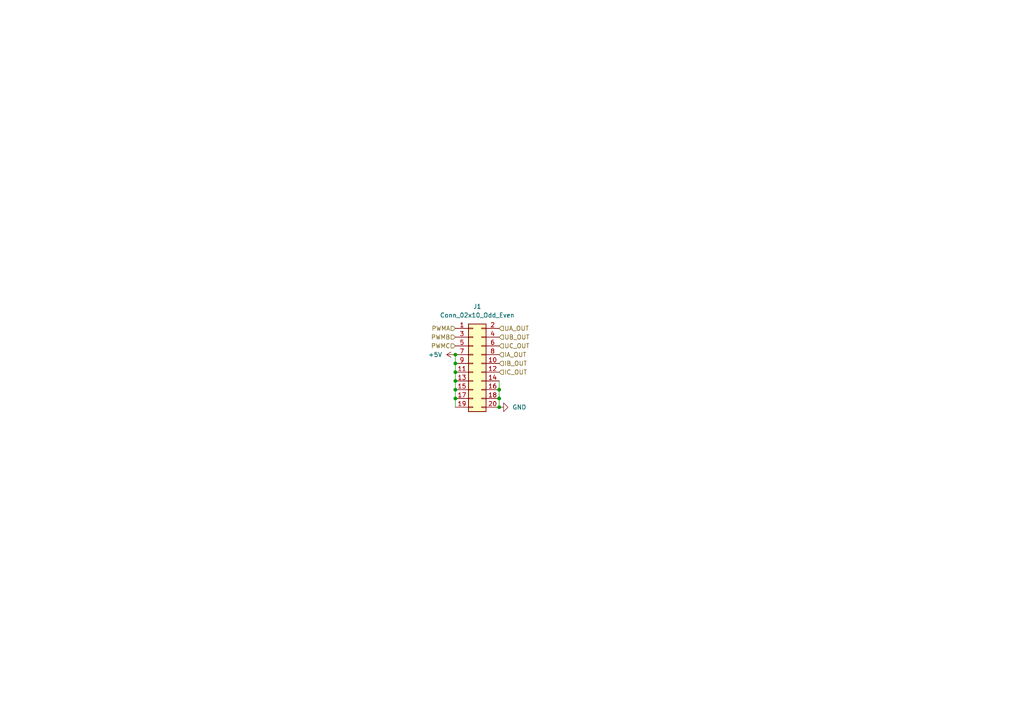
<source format=kicad_sch>
(kicad_sch (version 20230121) (generator eeschema)
  (paper "A4")
  (lib_symbols
    (symbol "Connector_Generic:Conn_02x10_Odd_Even" (pin_names (offset 1.016) hide)
      (property "Reference" "J" (at 1.27 12.7 0))
      (property "Value" "Conn_02x10_Odd_Even" (at 1.27 -15.24 0))
      (symbol "Conn_02x10_Odd_Even_1_1"
        (rectangle (start -1.27 -12.573) (end 0 -12.827) (stroke (width 0.1524)))
        (rectangle (start -1.27 -10.033) (end 0 -10.287) (stroke (width 0.1524)))
        (rectangle (start -1.27 -7.493) (end 0 -7.747) (stroke (width 0.1524)))
        (rectangle (start -1.27 -4.953) (end 0 -5.207) (stroke (width 0.1524)))
        (rectangle (start -1.27 -2.413) (end 0 -2.667) (stroke (width 0.1524)))
        (rectangle (start -1.27 0.127) (end 0 -0.127) (stroke (width 0.1524)))
        (rectangle (start -1.27 2.667) (end 0 2.413) (stroke (width 0.1524)))
        (rectangle (start -1.27 5.207) (end 0 4.953) (stroke (width 0.1524)))
        (rectangle (start -1.27 7.747) (end 0 7.493) (stroke (width 0.1524)))
        (rectangle (start -1.27 10.287) (end 0 10.033) (stroke (width 0.1524)))
        (rectangle (start -1.27 11.43) (end 3.81 -13.97) (stroke (width 0.254)) (fill (type background)))
        (rectangle (start 3.81 -12.573) (end 2.54 -12.827) (stroke (width 0.1524)))
        (rectangle (start 3.81 -10.033) (end 2.54 -10.287) (stroke (width 0.1524)))
        (rectangle (start 3.81 -7.493) (end 2.54 -7.747) (stroke (width 0.1524)))
        (rectangle (start 3.81 -4.953) (end 2.54 -5.207) (stroke (width 0.1524)))
        (rectangle (start 3.81 -2.413) (end 2.54 -2.667) (stroke (width 0.1524)))
        (rectangle (start 3.81 0.127) (end 2.54 -0.127) (stroke (width 0.1524)))
        (rectangle (start 3.81 2.667) (end 2.54 2.413) (stroke (width 0.1524)))
        (rectangle (start 3.81 5.207) (end 2.54 4.953) (stroke (width 0.1524)))
        (rectangle (start 3.81 7.747) (end 2.54 7.493) (stroke (width 0.1524)))
        (rectangle (start 3.81 10.287) (end 2.54 10.033) (stroke (width 0.1524)))
        (pin passive line (at -5.08 10.16 0) (length 3.81) (name "Pin_1") (number "1"))
        (pin passive line (at 7.62 0 180) (length 3.81) (name "Pin_10") (number "10"))
        (pin passive line (at -5.08 -2.54 0) (length 3.81) (name "Pin_11") (number "11"))
        (pin passive line (at 7.62 -2.54 180) (length 3.81) (name "Pin_12") (number "12"))
        (pin passive line (at -5.08 -5.08 0) (length 3.81) (name "Pin_13") (number "13"))
        (pin passive line (at 7.62 -5.08 180) (length 3.81) (name "Pin_14") (number "14"))
        (pin passive line (at -5.08 -7.62 0) (length 3.81) (name "Pin_15") (number "15"))
        (pin passive line (at 7.62 -7.62 180) (length 3.81) (name "Pin_16") (number "16"))
        (pin passive line (at -5.08 -10.16 0) (length 3.81) (name "Pin_17") (number "17"))
        (pin passive line (at 7.62 -10.16 180) (length 3.81) (name "Pin_18") (number "18"))
        (pin passive line (at -5.08 -12.7 0) (length 3.81) (name "Pin_19") (number "19"))
        (pin passive line (at 7.62 10.16 180) (length 3.81) (name "Pin_2") (number "2"))
        (pin passive line (at 7.62 -12.7 180) (length 3.81) (name "Pin_20") (number "20"))
        (pin passive line (at -5.08 7.62 0) (length 3.81) (name "Pin_3") (number "3"))
        (pin passive line (at 7.62 7.62 180) (length 3.81) (name "Pin_4") (number "4"))
        (pin passive line (at -5.08 5.08 0) (length 3.81) (name "Pin_5") (number "5"))
        (pin passive line (at 7.62 5.08 180) (length 3.81) (name "Pin_6") (number "6"))
        (pin passive line (at -5.08 2.54 0) (length 3.81) (name "Pin_7") (number "7"))
        (pin passive line (at 7.62 2.54 180) (length 3.81) (name "Pin_8") (number "8"))
        (pin passive line (at -5.08 0 0) (length 3.81) (name "Pin_9") (number "9"))
      )
    )
    (symbol "power:+5V" (power) (pin_names (offset 0))
      (property "Value" "+5V" (at 0 3.556 0))
      (symbol "+5V_0_1"
        (polyline (pts (xy -0.762 1.27) (xy 0 2.54)))
        (polyline (pts (xy 0 0) (xy 0 2.54)))
        (polyline (pts (xy 0 2.54) (xy 0.762 1.27)))
      )
      (symbol "+5V_1_1"
        (pin power_in line (at 0 0 90) (length 0) hide (name "+5V") (number "1"))
      )
    )
    (symbol "power:GND" (power) (pin_names (offset 0))
      (property "Value" "GND" (at 0 -3.81 0))
      (symbol "GND_0_1"
        (polyline (pts (xy 0 0) (xy 0 -1.27) (xy 1.27 -1.27) (xy 0 -2.54) (xy -1.27 -1.27) (xy 0 -1.27)))
      )
      (symbol "GND_1_1"
        (pin power_in line (at 0 0 270) (length 0) hide (name "GND") (number "1"))
      )
    )
  )
  (junction (at 132.08 110.49))
  (junction (at 132.08 105.41))
  (junction (at 132.08 102.87))
  (junction (at 144.78 113.03))
  (junction (at 144.78 118.11))
  (junction (at 132.08 115.57))
  (junction (at 132.08 107.95))
  (junction (at 144.78 115.57))
  (junction (at 132.08 113.03))
  (wire (pts (xy 132.08 102.87) (xy 132.08 105.41)))
  (wire (pts (xy 144.78 115.57) (xy 144.78 118.11)))
  (wire (pts (xy 144.78 113.03) (xy 144.78 115.57)))
  (wire (pts (xy 132.08 105.41) (xy 132.08 107.95)))
  (wire (pts (xy 132.08 107.95) (xy 132.08 110.49)))
  (wire (pts (xy 132.08 113.03) (xy 132.08 115.57)))
  (wire (pts (xy 144.78 110.49) (xy 144.78 113.03)))
  (wire (pts (xy 132.08 115.57) (xy 132.08 118.11)))
  (wire (pts (xy 132.08 110.49) (xy 132.08 113.03)))
  (hierarchical_label "IC_OUT" (shape input) (at 144.78 107.95 0))
  (hierarchical_label "UB_OUT" (shape input) (at 144.78 97.79 0))
  (hierarchical_label "PWMA" (shape input) (at 132.08 95.25 180))
  (hierarchical_label "UC_OUT" (shape input) (at 144.78 100.33 0))
  (hierarchical_label "IA_OUT" (shape input) (at 144.78 102.87 0))
  (hierarchical_label "PWMB" (shape input) (at 132.08 97.79 180))
  (hierarchical_label "IB_OUT" (shape input) (at 144.78 105.41 0))
  (hierarchical_label "PWMC" (shape input) (at 132.08 100.33 180))
  (hierarchical_label "UA_OUT" (shape input) (at 144.78 95.25 0))
  (symbol (lib_id "Connector_Generic:Conn_02x10_Odd_Even") (at 137.16 105.41 0) (unit 1)
    (property "Reference" "J1" (at 138.43 88.9 0))
    (property "Value" "Conn_02x10_Odd_Even" (at 138.43 91.44 0))
    (property "Footprint" "Connector_PinHeader_2.54mm:PinHeader_2x10_P2.54mm_Vertical" (effects hide))
  )
  (symbol (lib_id "power:+5V") (at 132.08 102.87 90) (unit 1)
    (property "Reference" "#PWR061" (effects hide))
    (property "Value" "+5V" (at 128.27 102.87 90) (effects (justify left)))
  )
  (symbol (lib_id "power:GND") (at 144.78 118.11 90) (unit 1)
    (property "Reference" "#PWR062" (effects hide))
    (property "Value" "GND" (at 148.59 118.11 90) (effects (justify right)))
  )
)
</source>
